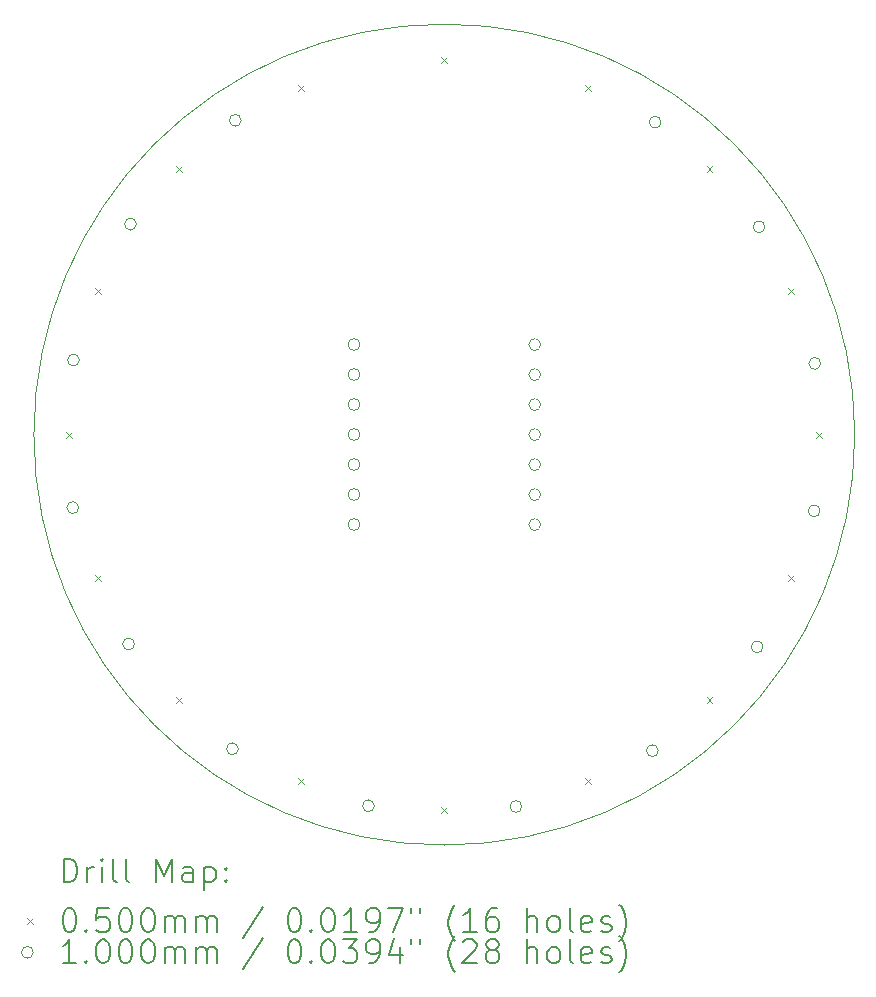
<source format=gbr>
%FSLAX45Y45*%
G04 Gerber Fmt 4.5, Leading zero omitted, Abs format (unit mm)*
G04 Created by KiCad (PCBNEW 6.0.5-2.fc35) date 2022-05-23 13:40:10*
%MOMM*%
%LPD*%
G01*
G04 APERTURE LIST*
%TA.AperFunction,Profile*%
%ADD10C,0.100000*%
%TD*%
%ADD11C,0.200000*%
%ADD12C,0.050000*%
%ADD13C,0.100000*%
G04 APERTURE END LIST*
D10*
X17215000Y-10165000D02*
G75*
G03*
X17215000Y-10165000I-3475000J0D01*
G01*
D11*
D12*
X10540000Y-10140000D02*
X10590000Y-10190000D01*
X10590000Y-10140000D02*
X10540000Y-10190000D01*
X10781683Y-8924980D02*
X10831683Y-8974980D01*
X10831683Y-8924980D02*
X10781683Y-8974980D01*
X10781683Y-11355020D02*
X10831683Y-11405020D01*
X10831683Y-11355020D02*
X10781683Y-11405020D01*
X11469936Y-7894936D02*
X11519936Y-7944936D01*
X11519936Y-7894936D02*
X11469936Y-7944936D01*
X11469936Y-12385064D02*
X11519936Y-12435064D01*
X11519936Y-12385064D02*
X11469936Y-12435064D01*
X12499980Y-7206682D02*
X12549980Y-7256682D01*
X12549980Y-7206682D02*
X12499980Y-7256682D01*
X12499980Y-13073317D02*
X12549980Y-13123317D01*
X12549980Y-13073317D02*
X12499980Y-13123317D01*
X13715000Y-6965000D02*
X13765000Y-7015000D01*
X13765000Y-6965000D02*
X13715000Y-7015000D01*
X13715000Y-13315000D02*
X13765000Y-13365000D01*
X13765000Y-13315000D02*
X13715000Y-13365000D01*
X14930020Y-7206682D02*
X14980020Y-7256682D01*
X14980020Y-7206682D02*
X14930020Y-7256682D01*
X14930020Y-13073317D02*
X14980020Y-13123317D01*
X14980020Y-13073317D02*
X14930020Y-13123317D01*
X15960064Y-7894936D02*
X16010064Y-7944936D01*
X16010064Y-7894936D02*
X15960064Y-7944936D01*
X15960064Y-12385064D02*
X16010064Y-12435064D01*
X16010064Y-12385064D02*
X15960064Y-12435064D01*
X16648317Y-8924980D02*
X16698317Y-8974980D01*
X16698317Y-8924980D02*
X16648317Y-8974980D01*
X16648317Y-11355020D02*
X16698317Y-11405020D01*
X16698317Y-11355020D02*
X16648317Y-11405020D01*
X16890000Y-10140000D02*
X16940000Y-10190000D01*
X16940000Y-10140000D02*
X16890000Y-10190000D01*
D13*
X10644574Y-10783011D02*
G75*
G03*
X10644574Y-10783011I-50000J0D01*
G01*
X10650022Y-9534445D02*
G75*
G03*
X10650022Y-9534445I-50000J0D01*
G01*
X11117346Y-11938620D02*
G75*
G03*
X11117346Y-11938620I-50000J0D01*
G01*
X11132861Y-8383005D02*
G75*
G03*
X11132861Y-8383005I-50000J0D01*
G01*
X11996364Y-12825342D02*
G75*
G03*
X11996364Y-12825342I-50000J0D01*
G01*
X12019583Y-7503987D02*
G75*
G03*
X12019583Y-7503987I-50000J0D01*
G01*
X13025530Y-9403218D02*
G75*
G03*
X13025530Y-9403218I-50000J0D01*
G01*
X13025530Y-9657218D02*
G75*
G03*
X13025530Y-9657218I-50000J0D01*
G01*
X13025530Y-9911218D02*
G75*
G03*
X13025530Y-9911218I-50000J0D01*
G01*
X13025530Y-10165218D02*
G75*
G03*
X13025530Y-10165218I-50000J0D01*
G01*
X13025530Y-10419218D02*
G75*
G03*
X13025530Y-10419218I-50000J0D01*
G01*
X13025530Y-10673218D02*
G75*
G03*
X13025530Y-10673218I-50000J0D01*
G01*
X13025530Y-10927218D02*
G75*
G03*
X13025530Y-10927218I-50000J0D01*
G01*
X13147804Y-13308181D02*
G75*
G03*
X13147804Y-13308181I-50000J0D01*
G01*
X14396370Y-13313629D02*
G75*
G03*
X14396370Y-13313629I-50000J0D01*
G01*
X14555550Y-9403218D02*
G75*
G03*
X14555550Y-9403218I-50000J0D01*
G01*
X14555550Y-9657218D02*
G75*
G03*
X14555550Y-9657218I-50000J0D01*
G01*
X14555550Y-9911218D02*
G75*
G03*
X14555550Y-9911218I-50000J0D01*
G01*
X14555550Y-10165218D02*
G75*
G03*
X14555550Y-10165218I-50000J0D01*
G01*
X14555550Y-10419218D02*
G75*
G03*
X14555550Y-10419218I-50000J0D01*
G01*
X14555550Y-10673218D02*
G75*
G03*
X14555550Y-10673218I-50000J0D01*
G01*
X14555550Y-10927218D02*
G75*
G03*
X14555550Y-10927218I-50000J0D01*
G01*
X15551979Y-12840857D02*
G75*
G03*
X15551979Y-12840857I-50000J0D01*
G01*
X15575198Y-7519502D02*
G75*
G03*
X15575198Y-7519502I-50000J0D01*
G01*
X16438701Y-11961839D02*
G75*
G03*
X16438701Y-11961839I-50000J0D01*
G01*
X16454216Y-8406224D02*
G75*
G03*
X16454216Y-8406224I-50000J0D01*
G01*
X16921540Y-10810399D02*
G75*
G03*
X16921540Y-10810399I-50000J0D01*
G01*
X16926988Y-9561833D02*
G75*
G03*
X16926988Y-9561833I-50000J0D01*
G01*
D11*
X10517619Y-13955476D02*
X10517619Y-13755476D01*
X10565238Y-13755476D01*
X10593810Y-13765000D01*
X10612857Y-13784048D01*
X10622381Y-13803095D01*
X10631905Y-13841190D01*
X10631905Y-13869762D01*
X10622381Y-13907857D01*
X10612857Y-13926905D01*
X10593810Y-13945952D01*
X10565238Y-13955476D01*
X10517619Y-13955476D01*
X10717619Y-13955476D02*
X10717619Y-13822143D01*
X10717619Y-13860238D02*
X10727143Y-13841190D01*
X10736667Y-13831667D01*
X10755714Y-13822143D01*
X10774762Y-13822143D01*
X10841429Y-13955476D02*
X10841429Y-13822143D01*
X10841429Y-13755476D02*
X10831905Y-13765000D01*
X10841429Y-13774524D01*
X10850952Y-13765000D01*
X10841429Y-13755476D01*
X10841429Y-13774524D01*
X10965238Y-13955476D02*
X10946190Y-13945952D01*
X10936667Y-13926905D01*
X10936667Y-13755476D01*
X11070000Y-13955476D02*
X11050952Y-13945952D01*
X11041429Y-13926905D01*
X11041429Y-13755476D01*
X11298571Y-13955476D02*
X11298571Y-13755476D01*
X11365238Y-13898333D01*
X11431905Y-13755476D01*
X11431905Y-13955476D01*
X11612857Y-13955476D02*
X11612857Y-13850714D01*
X11603333Y-13831667D01*
X11584286Y-13822143D01*
X11546190Y-13822143D01*
X11527143Y-13831667D01*
X11612857Y-13945952D02*
X11593809Y-13955476D01*
X11546190Y-13955476D01*
X11527143Y-13945952D01*
X11517619Y-13926905D01*
X11517619Y-13907857D01*
X11527143Y-13888809D01*
X11546190Y-13879286D01*
X11593809Y-13879286D01*
X11612857Y-13869762D01*
X11708095Y-13822143D02*
X11708095Y-14022143D01*
X11708095Y-13831667D02*
X11727143Y-13822143D01*
X11765238Y-13822143D01*
X11784286Y-13831667D01*
X11793809Y-13841190D01*
X11803333Y-13860238D01*
X11803333Y-13917381D01*
X11793809Y-13936428D01*
X11784286Y-13945952D01*
X11765238Y-13955476D01*
X11727143Y-13955476D01*
X11708095Y-13945952D01*
X11889048Y-13936428D02*
X11898571Y-13945952D01*
X11889048Y-13955476D01*
X11879524Y-13945952D01*
X11889048Y-13936428D01*
X11889048Y-13955476D01*
X11889048Y-13831667D02*
X11898571Y-13841190D01*
X11889048Y-13850714D01*
X11879524Y-13841190D01*
X11889048Y-13831667D01*
X11889048Y-13850714D01*
D12*
X10210000Y-14260000D02*
X10260000Y-14310000D01*
X10260000Y-14260000D02*
X10210000Y-14310000D01*
D11*
X10555714Y-14175476D02*
X10574762Y-14175476D01*
X10593810Y-14185000D01*
X10603333Y-14194524D01*
X10612857Y-14213571D01*
X10622381Y-14251667D01*
X10622381Y-14299286D01*
X10612857Y-14337381D01*
X10603333Y-14356428D01*
X10593810Y-14365952D01*
X10574762Y-14375476D01*
X10555714Y-14375476D01*
X10536667Y-14365952D01*
X10527143Y-14356428D01*
X10517619Y-14337381D01*
X10508095Y-14299286D01*
X10508095Y-14251667D01*
X10517619Y-14213571D01*
X10527143Y-14194524D01*
X10536667Y-14185000D01*
X10555714Y-14175476D01*
X10708095Y-14356428D02*
X10717619Y-14365952D01*
X10708095Y-14375476D01*
X10698571Y-14365952D01*
X10708095Y-14356428D01*
X10708095Y-14375476D01*
X10898571Y-14175476D02*
X10803333Y-14175476D01*
X10793810Y-14270714D01*
X10803333Y-14261190D01*
X10822381Y-14251667D01*
X10870000Y-14251667D01*
X10889048Y-14261190D01*
X10898571Y-14270714D01*
X10908095Y-14289762D01*
X10908095Y-14337381D01*
X10898571Y-14356428D01*
X10889048Y-14365952D01*
X10870000Y-14375476D01*
X10822381Y-14375476D01*
X10803333Y-14365952D01*
X10793810Y-14356428D01*
X11031905Y-14175476D02*
X11050952Y-14175476D01*
X11070000Y-14185000D01*
X11079524Y-14194524D01*
X11089048Y-14213571D01*
X11098571Y-14251667D01*
X11098571Y-14299286D01*
X11089048Y-14337381D01*
X11079524Y-14356428D01*
X11070000Y-14365952D01*
X11050952Y-14375476D01*
X11031905Y-14375476D01*
X11012857Y-14365952D01*
X11003333Y-14356428D01*
X10993810Y-14337381D01*
X10984286Y-14299286D01*
X10984286Y-14251667D01*
X10993810Y-14213571D01*
X11003333Y-14194524D01*
X11012857Y-14185000D01*
X11031905Y-14175476D01*
X11222381Y-14175476D02*
X11241428Y-14175476D01*
X11260476Y-14185000D01*
X11270000Y-14194524D01*
X11279524Y-14213571D01*
X11289048Y-14251667D01*
X11289048Y-14299286D01*
X11279524Y-14337381D01*
X11270000Y-14356428D01*
X11260476Y-14365952D01*
X11241428Y-14375476D01*
X11222381Y-14375476D01*
X11203333Y-14365952D01*
X11193809Y-14356428D01*
X11184286Y-14337381D01*
X11174762Y-14299286D01*
X11174762Y-14251667D01*
X11184286Y-14213571D01*
X11193809Y-14194524D01*
X11203333Y-14185000D01*
X11222381Y-14175476D01*
X11374762Y-14375476D02*
X11374762Y-14242143D01*
X11374762Y-14261190D02*
X11384286Y-14251667D01*
X11403333Y-14242143D01*
X11431905Y-14242143D01*
X11450952Y-14251667D01*
X11460476Y-14270714D01*
X11460476Y-14375476D01*
X11460476Y-14270714D02*
X11470000Y-14251667D01*
X11489048Y-14242143D01*
X11517619Y-14242143D01*
X11536667Y-14251667D01*
X11546190Y-14270714D01*
X11546190Y-14375476D01*
X11641428Y-14375476D02*
X11641428Y-14242143D01*
X11641428Y-14261190D02*
X11650952Y-14251667D01*
X11670000Y-14242143D01*
X11698571Y-14242143D01*
X11717619Y-14251667D01*
X11727143Y-14270714D01*
X11727143Y-14375476D01*
X11727143Y-14270714D02*
X11736667Y-14251667D01*
X11755714Y-14242143D01*
X11784286Y-14242143D01*
X11803333Y-14251667D01*
X11812857Y-14270714D01*
X11812857Y-14375476D01*
X12203333Y-14165952D02*
X12031905Y-14423095D01*
X12460476Y-14175476D02*
X12479524Y-14175476D01*
X12498571Y-14185000D01*
X12508095Y-14194524D01*
X12517619Y-14213571D01*
X12527143Y-14251667D01*
X12527143Y-14299286D01*
X12517619Y-14337381D01*
X12508095Y-14356428D01*
X12498571Y-14365952D01*
X12479524Y-14375476D01*
X12460476Y-14375476D01*
X12441428Y-14365952D01*
X12431905Y-14356428D01*
X12422381Y-14337381D01*
X12412857Y-14299286D01*
X12412857Y-14251667D01*
X12422381Y-14213571D01*
X12431905Y-14194524D01*
X12441428Y-14185000D01*
X12460476Y-14175476D01*
X12612857Y-14356428D02*
X12622381Y-14365952D01*
X12612857Y-14375476D01*
X12603333Y-14365952D01*
X12612857Y-14356428D01*
X12612857Y-14375476D01*
X12746190Y-14175476D02*
X12765238Y-14175476D01*
X12784286Y-14185000D01*
X12793809Y-14194524D01*
X12803333Y-14213571D01*
X12812857Y-14251667D01*
X12812857Y-14299286D01*
X12803333Y-14337381D01*
X12793809Y-14356428D01*
X12784286Y-14365952D01*
X12765238Y-14375476D01*
X12746190Y-14375476D01*
X12727143Y-14365952D01*
X12717619Y-14356428D01*
X12708095Y-14337381D01*
X12698571Y-14299286D01*
X12698571Y-14251667D01*
X12708095Y-14213571D01*
X12717619Y-14194524D01*
X12727143Y-14185000D01*
X12746190Y-14175476D01*
X13003333Y-14375476D02*
X12889048Y-14375476D01*
X12946190Y-14375476D02*
X12946190Y-14175476D01*
X12927143Y-14204048D01*
X12908095Y-14223095D01*
X12889048Y-14232619D01*
X13098571Y-14375476D02*
X13136667Y-14375476D01*
X13155714Y-14365952D01*
X13165238Y-14356428D01*
X13184286Y-14327857D01*
X13193809Y-14289762D01*
X13193809Y-14213571D01*
X13184286Y-14194524D01*
X13174762Y-14185000D01*
X13155714Y-14175476D01*
X13117619Y-14175476D01*
X13098571Y-14185000D01*
X13089048Y-14194524D01*
X13079524Y-14213571D01*
X13079524Y-14261190D01*
X13089048Y-14280238D01*
X13098571Y-14289762D01*
X13117619Y-14299286D01*
X13155714Y-14299286D01*
X13174762Y-14289762D01*
X13184286Y-14280238D01*
X13193809Y-14261190D01*
X13260476Y-14175476D02*
X13393809Y-14175476D01*
X13308095Y-14375476D01*
X13460476Y-14175476D02*
X13460476Y-14213571D01*
X13536667Y-14175476D02*
X13536667Y-14213571D01*
X13831905Y-14451667D02*
X13822381Y-14442143D01*
X13803333Y-14413571D01*
X13793809Y-14394524D01*
X13784286Y-14365952D01*
X13774762Y-14318333D01*
X13774762Y-14280238D01*
X13784286Y-14232619D01*
X13793809Y-14204048D01*
X13803333Y-14185000D01*
X13822381Y-14156428D01*
X13831905Y-14146905D01*
X14012857Y-14375476D02*
X13898571Y-14375476D01*
X13955714Y-14375476D02*
X13955714Y-14175476D01*
X13936667Y-14204048D01*
X13917619Y-14223095D01*
X13898571Y-14232619D01*
X14184286Y-14175476D02*
X14146190Y-14175476D01*
X14127143Y-14185000D01*
X14117619Y-14194524D01*
X14098571Y-14223095D01*
X14089048Y-14261190D01*
X14089048Y-14337381D01*
X14098571Y-14356428D01*
X14108095Y-14365952D01*
X14127143Y-14375476D01*
X14165238Y-14375476D01*
X14184286Y-14365952D01*
X14193809Y-14356428D01*
X14203333Y-14337381D01*
X14203333Y-14289762D01*
X14193809Y-14270714D01*
X14184286Y-14261190D01*
X14165238Y-14251667D01*
X14127143Y-14251667D01*
X14108095Y-14261190D01*
X14098571Y-14270714D01*
X14089048Y-14289762D01*
X14441428Y-14375476D02*
X14441428Y-14175476D01*
X14527143Y-14375476D02*
X14527143Y-14270714D01*
X14517619Y-14251667D01*
X14498571Y-14242143D01*
X14470000Y-14242143D01*
X14450952Y-14251667D01*
X14441428Y-14261190D01*
X14650952Y-14375476D02*
X14631905Y-14365952D01*
X14622381Y-14356428D01*
X14612857Y-14337381D01*
X14612857Y-14280238D01*
X14622381Y-14261190D01*
X14631905Y-14251667D01*
X14650952Y-14242143D01*
X14679524Y-14242143D01*
X14698571Y-14251667D01*
X14708095Y-14261190D01*
X14717619Y-14280238D01*
X14717619Y-14337381D01*
X14708095Y-14356428D01*
X14698571Y-14365952D01*
X14679524Y-14375476D01*
X14650952Y-14375476D01*
X14831905Y-14375476D02*
X14812857Y-14365952D01*
X14803333Y-14346905D01*
X14803333Y-14175476D01*
X14984286Y-14365952D02*
X14965238Y-14375476D01*
X14927143Y-14375476D01*
X14908095Y-14365952D01*
X14898571Y-14346905D01*
X14898571Y-14270714D01*
X14908095Y-14251667D01*
X14927143Y-14242143D01*
X14965238Y-14242143D01*
X14984286Y-14251667D01*
X14993809Y-14270714D01*
X14993809Y-14289762D01*
X14898571Y-14308809D01*
X15070000Y-14365952D02*
X15089048Y-14375476D01*
X15127143Y-14375476D01*
X15146190Y-14365952D01*
X15155714Y-14346905D01*
X15155714Y-14337381D01*
X15146190Y-14318333D01*
X15127143Y-14308809D01*
X15098571Y-14308809D01*
X15079524Y-14299286D01*
X15070000Y-14280238D01*
X15070000Y-14270714D01*
X15079524Y-14251667D01*
X15098571Y-14242143D01*
X15127143Y-14242143D01*
X15146190Y-14251667D01*
X15222381Y-14451667D02*
X15231905Y-14442143D01*
X15250952Y-14413571D01*
X15260476Y-14394524D01*
X15270000Y-14365952D01*
X15279524Y-14318333D01*
X15279524Y-14280238D01*
X15270000Y-14232619D01*
X15260476Y-14204048D01*
X15250952Y-14185000D01*
X15231905Y-14156428D01*
X15222381Y-14146905D01*
D13*
X10260000Y-14549000D02*
G75*
G03*
X10260000Y-14549000I-50000J0D01*
G01*
D11*
X10622381Y-14639476D02*
X10508095Y-14639476D01*
X10565238Y-14639476D02*
X10565238Y-14439476D01*
X10546190Y-14468048D01*
X10527143Y-14487095D01*
X10508095Y-14496619D01*
X10708095Y-14620428D02*
X10717619Y-14629952D01*
X10708095Y-14639476D01*
X10698571Y-14629952D01*
X10708095Y-14620428D01*
X10708095Y-14639476D01*
X10841429Y-14439476D02*
X10860476Y-14439476D01*
X10879524Y-14449000D01*
X10889048Y-14458524D01*
X10898571Y-14477571D01*
X10908095Y-14515667D01*
X10908095Y-14563286D01*
X10898571Y-14601381D01*
X10889048Y-14620428D01*
X10879524Y-14629952D01*
X10860476Y-14639476D01*
X10841429Y-14639476D01*
X10822381Y-14629952D01*
X10812857Y-14620428D01*
X10803333Y-14601381D01*
X10793810Y-14563286D01*
X10793810Y-14515667D01*
X10803333Y-14477571D01*
X10812857Y-14458524D01*
X10822381Y-14449000D01*
X10841429Y-14439476D01*
X11031905Y-14439476D02*
X11050952Y-14439476D01*
X11070000Y-14449000D01*
X11079524Y-14458524D01*
X11089048Y-14477571D01*
X11098571Y-14515667D01*
X11098571Y-14563286D01*
X11089048Y-14601381D01*
X11079524Y-14620428D01*
X11070000Y-14629952D01*
X11050952Y-14639476D01*
X11031905Y-14639476D01*
X11012857Y-14629952D01*
X11003333Y-14620428D01*
X10993810Y-14601381D01*
X10984286Y-14563286D01*
X10984286Y-14515667D01*
X10993810Y-14477571D01*
X11003333Y-14458524D01*
X11012857Y-14449000D01*
X11031905Y-14439476D01*
X11222381Y-14439476D02*
X11241428Y-14439476D01*
X11260476Y-14449000D01*
X11270000Y-14458524D01*
X11279524Y-14477571D01*
X11289048Y-14515667D01*
X11289048Y-14563286D01*
X11279524Y-14601381D01*
X11270000Y-14620428D01*
X11260476Y-14629952D01*
X11241428Y-14639476D01*
X11222381Y-14639476D01*
X11203333Y-14629952D01*
X11193809Y-14620428D01*
X11184286Y-14601381D01*
X11174762Y-14563286D01*
X11174762Y-14515667D01*
X11184286Y-14477571D01*
X11193809Y-14458524D01*
X11203333Y-14449000D01*
X11222381Y-14439476D01*
X11374762Y-14639476D02*
X11374762Y-14506143D01*
X11374762Y-14525190D02*
X11384286Y-14515667D01*
X11403333Y-14506143D01*
X11431905Y-14506143D01*
X11450952Y-14515667D01*
X11460476Y-14534714D01*
X11460476Y-14639476D01*
X11460476Y-14534714D02*
X11470000Y-14515667D01*
X11489048Y-14506143D01*
X11517619Y-14506143D01*
X11536667Y-14515667D01*
X11546190Y-14534714D01*
X11546190Y-14639476D01*
X11641428Y-14639476D02*
X11641428Y-14506143D01*
X11641428Y-14525190D02*
X11650952Y-14515667D01*
X11670000Y-14506143D01*
X11698571Y-14506143D01*
X11717619Y-14515667D01*
X11727143Y-14534714D01*
X11727143Y-14639476D01*
X11727143Y-14534714D02*
X11736667Y-14515667D01*
X11755714Y-14506143D01*
X11784286Y-14506143D01*
X11803333Y-14515667D01*
X11812857Y-14534714D01*
X11812857Y-14639476D01*
X12203333Y-14429952D02*
X12031905Y-14687095D01*
X12460476Y-14439476D02*
X12479524Y-14439476D01*
X12498571Y-14449000D01*
X12508095Y-14458524D01*
X12517619Y-14477571D01*
X12527143Y-14515667D01*
X12527143Y-14563286D01*
X12517619Y-14601381D01*
X12508095Y-14620428D01*
X12498571Y-14629952D01*
X12479524Y-14639476D01*
X12460476Y-14639476D01*
X12441428Y-14629952D01*
X12431905Y-14620428D01*
X12422381Y-14601381D01*
X12412857Y-14563286D01*
X12412857Y-14515667D01*
X12422381Y-14477571D01*
X12431905Y-14458524D01*
X12441428Y-14449000D01*
X12460476Y-14439476D01*
X12612857Y-14620428D02*
X12622381Y-14629952D01*
X12612857Y-14639476D01*
X12603333Y-14629952D01*
X12612857Y-14620428D01*
X12612857Y-14639476D01*
X12746190Y-14439476D02*
X12765238Y-14439476D01*
X12784286Y-14449000D01*
X12793809Y-14458524D01*
X12803333Y-14477571D01*
X12812857Y-14515667D01*
X12812857Y-14563286D01*
X12803333Y-14601381D01*
X12793809Y-14620428D01*
X12784286Y-14629952D01*
X12765238Y-14639476D01*
X12746190Y-14639476D01*
X12727143Y-14629952D01*
X12717619Y-14620428D01*
X12708095Y-14601381D01*
X12698571Y-14563286D01*
X12698571Y-14515667D01*
X12708095Y-14477571D01*
X12717619Y-14458524D01*
X12727143Y-14449000D01*
X12746190Y-14439476D01*
X12879524Y-14439476D02*
X13003333Y-14439476D01*
X12936667Y-14515667D01*
X12965238Y-14515667D01*
X12984286Y-14525190D01*
X12993809Y-14534714D01*
X13003333Y-14553762D01*
X13003333Y-14601381D01*
X12993809Y-14620428D01*
X12984286Y-14629952D01*
X12965238Y-14639476D01*
X12908095Y-14639476D01*
X12889048Y-14629952D01*
X12879524Y-14620428D01*
X13098571Y-14639476D02*
X13136667Y-14639476D01*
X13155714Y-14629952D01*
X13165238Y-14620428D01*
X13184286Y-14591857D01*
X13193809Y-14553762D01*
X13193809Y-14477571D01*
X13184286Y-14458524D01*
X13174762Y-14449000D01*
X13155714Y-14439476D01*
X13117619Y-14439476D01*
X13098571Y-14449000D01*
X13089048Y-14458524D01*
X13079524Y-14477571D01*
X13079524Y-14525190D01*
X13089048Y-14544238D01*
X13098571Y-14553762D01*
X13117619Y-14563286D01*
X13155714Y-14563286D01*
X13174762Y-14553762D01*
X13184286Y-14544238D01*
X13193809Y-14525190D01*
X13365238Y-14506143D02*
X13365238Y-14639476D01*
X13317619Y-14429952D02*
X13270000Y-14572809D01*
X13393809Y-14572809D01*
X13460476Y-14439476D02*
X13460476Y-14477571D01*
X13536667Y-14439476D02*
X13536667Y-14477571D01*
X13831905Y-14715667D02*
X13822381Y-14706143D01*
X13803333Y-14677571D01*
X13793809Y-14658524D01*
X13784286Y-14629952D01*
X13774762Y-14582333D01*
X13774762Y-14544238D01*
X13784286Y-14496619D01*
X13793809Y-14468048D01*
X13803333Y-14449000D01*
X13822381Y-14420428D01*
X13831905Y-14410905D01*
X13898571Y-14458524D02*
X13908095Y-14449000D01*
X13927143Y-14439476D01*
X13974762Y-14439476D01*
X13993809Y-14449000D01*
X14003333Y-14458524D01*
X14012857Y-14477571D01*
X14012857Y-14496619D01*
X14003333Y-14525190D01*
X13889048Y-14639476D01*
X14012857Y-14639476D01*
X14127143Y-14525190D02*
X14108095Y-14515667D01*
X14098571Y-14506143D01*
X14089048Y-14487095D01*
X14089048Y-14477571D01*
X14098571Y-14458524D01*
X14108095Y-14449000D01*
X14127143Y-14439476D01*
X14165238Y-14439476D01*
X14184286Y-14449000D01*
X14193809Y-14458524D01*
X14203333Y-14477571D01*
X14203333Y-14487095D01*
X14193809Y-14506143D01*
X14184286Y-14515667D01*
X14165238Y-14525190D01*
X14127143Y-14525190D01*
X14108095Y-14534714D01*
X14098571Y-14544238D01*
X14089048Y-14563286D01*
X14089048Y-14601381D01*
X14098571Y-14620428D01*
X14108095Y-14629952D01*
X14127143Y-14639476D01*
X14165238Y-14639476D01*
X14184286Y-14629952D01*
X14193809Y-14620428D01*
X14203333Y-14601381D01*
X14203333Y-14563286D01*
X14193809Y-14544238D01*
X14184286Y-14534714D01*
X14165238Y-14525190D01*
X14441428Y-14639476D02*
X14441428Y-14439476D01*
X14527143Y-14639476D02*
X14527143Y-14534714D01*
X14517619Y-14515667D01*
X14498571Y-14506143D01*
X14470000Y-14506143D01*
X14450952Y-14515667D01*
X14441428Y-14525190D01*
X14650952Y-14639476D02*
X14631905Y-14629952D01*
X14622381Y-14620428D01*
X14612857Y-14601381D01*
X14612857Y-14544238D01*
X14622381Y-14525190D01*
X14631905Y-14515667D01*
X14650952Y-14506143D01*
X14679524Y-14506143D01*
X14698571Y-14515667D01*
X14708095Y-14525190D01*
X14717619Y-14544238D01*
X14717619Y-14601381D01*
X14708095Y-14620428D01*
X14698571Y-14629952D01*
X14679524Y-14639476D01*
X14650952Y-14639476D01*
X14831905Y-14639476D02*
X14812857Y-14629952D01*
X14803333Y-14610905D01*
X14803333Y-14439476D01*
X14984286Y-14629952D02*
X14965238Y-14639476D01*
X14927143Y-14639476D01*
X14908095Y-14629952D01*
X14898571Y-14610905D01*
X14898571Y-14534714D01*
X14908095Y-14515667D01*
X14927143Y-14506143D01*
X14965238Y-14506143D01*
X14984286Y-14515667D01*
X14993809Y-14534714D01*
X14993809Y-14553762D01*
X14898571Y-14572809D01*
X15070000Y-14629952D02*
X15089048Y-14639476D01*
X15127143Y-14639476D01*
X15146190Y-14629952D01*
X15155714Y-14610905D01*
X15155714Y-14601381D01*
X15146190Y-14582333D01*
X15127143Y-14572809D01*
X15098571Y-14572809D01*
X15079524Y-14563286D01*
X15070000Y-14544238D01*
X15070000Y-14534714D01*
X15079524Y-14515667D01*
X15098571Y-14506143D01*
X15127143Y-14506143D01*
X15146190Y-14515667D01*
X15222381Y-14715667D02*
X15231905Y-14706143D01*
X15250952Y-14677571D01*
X15260476Y-14658524D01*
X15270000Y-14629952D01*
X15279524Y-14582333D01*
X15279524Y-14544238D01*
X15270000Y-14496619D01*
X15260476Y-14468048D01*
X15250952Y-14449000D01*
X15231905Y-14420428D01*
X15222381Y-14410905D01*
M02*

</source>
